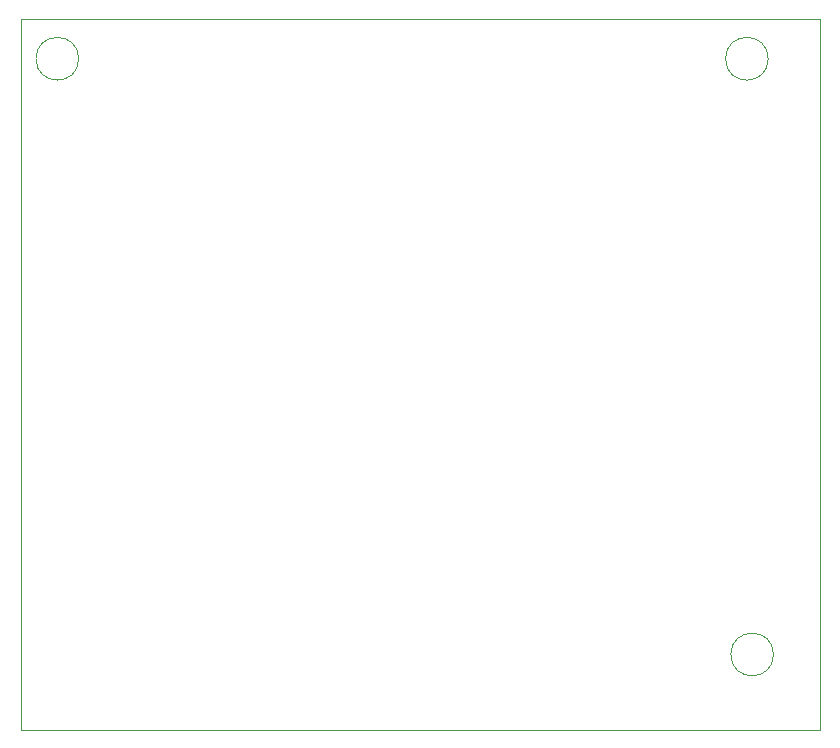
<source format=gm1>
G04 #@! TF.GenerationSoftware,KiCad,Pcbnew,7.0.1*
G04 #@! TF.CreationDate,2023-08-25T11:55:28+10:00*
G04 #@! TF.ProjectId,Firetruck,46697265-7472-4756-936b-2e6b69636164,rev?*
G04 #@! TF.SameCoordinates,Original*
G04 #@! TF.FileFunction,Profile,NP*
%FSLAX46Y46*%
G04 Gerber Fmt 4.6, Leading zero omitted, Abs format (unit mm)*
G04 Created by KiCad (PCBNEW 7.0.1) date 2023-08-25 11:55:28*
%MOMM*%
%LPD*%
G01*
G04 APERTURE LIST*
G04 #@! TA.AperFunction,Profile*
%ADD10C,0.100000*%
G04 #@! TD*
G04 APERTURE END LIST*
D10*
X183260000Y-106210000D02*
G75*
G03*
X183260000Y-106210000I-1810000J0D01*
G01*
X124430000Y-55770000D02*
G75*
G03*
X124430000Y-55770000I-1810000J0D01*
G01*
X182810000Y-55770000D02*
G75*
G03*
X182810000Y-55770000I-1810000J0D01*
G01*
X119510000Y-52370000D02*
X187170000Y-52370000D01*
X187170000Y-112570000D01*
X119510000Y-112570000D01*
X119510000Y-52370000D01*
M02*

</source>
